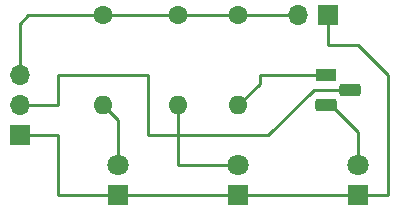
<source format=gbr>
%TF.GenerationSoftware,KiCad,Pcbnew,(6.0.4)*%
%TF.CreationDate,2022-10-02T23:44:47+02:00*%
%TF.ProjectId,light_gate,6c696768-745f-4676-9174-652e6b696361,rev?*%
%TF.SameCoordinates,Original*%
%TF.FileFunction,Copper,L2,Bot*%
%TF.FilePolarity,Positive*%
%FSLAX46Y46*%
G04 Gerber Fmt 4.6, Leading zero omitted, Abs format (unit mm)*
G04 Created by KiCad (PCBNEW (6.0.4)) date 2022-10-02 23:44:47*
%MOMM*%
%LPD*%
G01*
G04 APERTURE LIST*
G04 Aperture macros list*
%AMRoundRect*
0 Rectangle with rounded corners*
0 $1 Rounding radius*
0 $2 $3 $4 $5 $6 $7 $8 $9 X,Y pos of 4 corners*
0 Add a 4 corners polygon primitive as box body*
4,1,4,$2,$3,$4,$5,$6,$7,$8,$9,$2,$3,0*
0 Add four circle primitives for the rounded corners*
1,1,$1+$1,$2,$3*
1,1,$1+$1,$4,$5*
1,1,$1+$1,$6,$7*
1,1,$1+$1,$8,$9*
0 Add four rect primitives between the rounded corners*
20,1,$1+$1,$2,$3,$4,$5,0*
20,1,$1+$1,$4,$5,$6,$7,0*
20,1,$1+$1,$6,$7,$8,$9,0*
20,1,$1+$1,$8,$9,$2,$3,0*%
G04 Aperture macros list end*
%TA.AperFunction,ComponentPad*%
%ADD10R,1.800000X1.100000*%
%TD*%
%TA.AperFunction,ComponentPad*%
%ADD11RoundRect,0.275000X-0.625000X0.275000X-0.625000X-0.275000X0.625000X-0.275000X0.625000X0.275000X0*%
%TD*%
%TA.AperFunction,ComponentPad*%
%ADD12C,1.600000*%
%TD*%
%TA.AperFunction,ComponentPad*%
%ADD13O,1.600000X1.600000*%
%TD*%
%TA.AperFunction,ComponentPad*%
%ADD14R,1.800000X1.800000*%
%TD*%
%TA.AperFunction,ComponentPad*%
%ADD15C,1.800000*%
%TD*%
%TA.AperFunction,ComponentPad*%
%ADD16R,1.700000X1.700000*%
%TD*%
%TA.AperFunction,ComponentPad*%
%ADD17O,1.700000X1.700000*%
%TD*%
%TA.AperFunction,Conductor*%
%ADD18C,0.250000*%
%TD*%
G04 APERTURE END LIST*
D10*
%TO.P,Q1,1,C*%
%TO.N,Net-(Q1-Pad1)*%
X144612528Y-99000000D03*
D11*
%TO.P,Q1,2,B*%
%TO.N,Net-(D2-Pad2)*%
X146682528Y-100270000D03*
%TO.P,Q1,3,E*%
%TO.N,Net-(D3-Pad2)*%
X144612528Y-101540000D03*
%TD*%
D12*
%TO.P,R1,1*%
%TO.N,Net-(J1-Pad3)*%
X125730000Y-93980000D03*
D13*
%TO.P,R1,2*%
%TO.N,Net-(D1-Pad2)*%
X125730000Y-101600000D03*
%TD*%
D14*
%TO.P,D1,1,K*%
%TO.N,Net-(D1-Pad1)*%
X127000000Y-109220000D03*
D15*
%TO.P,D1,2,A*%
%TO.N,Net-(D1-Pad2)*%
X127000000Y-106680000D03*
%TD*%
D16*
%TO.P,J1,1,Pin_1*%
%TO.N,Net-(D1-Pad1)*%
X118675000Y-104125000D03*
D17*
%TO.P,J1,2,Pin_2*%
%TO.N,Net-(D2-Pad2)*%
X118675000Y-101585000D03*
%TO.P,J1,3,Pin_3*%
%TO.N,Net-(J1-Pad3)*%
X118675000Y-99045000D03*
%TD*%
D12*
%TO.P,R2,1*%
%TO.N,Net-(J1-Pad3)*%
X132080000Y-93980000D03*
D13*
%TO.P,R2,2*%
%TO.N,Net-(D2-Pad2)*%
X132080000Y-101600000D03*
%TD*%
D16*
%TO.P,J2,1,Pin_1*%
%TO.N,Net-(D1-Pad1)*%
X144780000Y-93980000D03*
D17*
%TO.P,J2,2,Pin_2*%
%TO.N,Net-(J1-Pad3)*%
X142240000Y-93980000D03*
%TD*%
D14*
%TO.P,D2,1,K*%
%TO.N,Net-(D1-Pad1)*%
X137160000Y-109220000D03*
D15*
%TO.P,D2,2,A*%
%TO.N,Net-(D2-Pad2)*%
X137160000Y-106680000D03*
%TD*%
D14*
%TO.P,D3,1,K*%
%TO.N,Net-(D1-Pad1)*%
X147320000Y-109220000D03*
D15*
%TO.P,D3,2,A*%
%TO.N,Net-(D3-Pad2)*%
X147320000Y-106680000D03*
%TD*%
D12*
%TO.P,R3,1*%
%TO.N,Net-(J1-Pad3)*%
X137160000Y-93980000D03*
D13*
%TO.P,R3,2*%
%TO.N,Net-(Q1-Pad1)*%
X137160000Y-101600000D03*
%TD*%
D18*
%TO.N,Net-(D2-Pad2)*%
X139700000Y-104140000D02*
X143570000Y-100270000D01*
X143570000Y-100270000D02*
X146282528Y-100270000D01*
%TO.N,Net-(Q1-Pad1)*%
X139000000Y-99000000D02*
X139000000Y-99760000D01*
X145012528Y-99000000D02*
X139000000Y-99000000D01*
X139000000Y-99760000D02*
X137160000Y-101600000D01*
%TO.N,Net-(D3-Pad2)*%
X147320000Y-103847472D02*
X147320000Y-106680000D01*
X145012528Y-101540000D02*
X147320000Y-103847472D01*
%TO.N,Net-(D2-Pad2)*%
X121920000Y-99060000D02*
X129540000Y-99060000D01*
X121920000Y-101600000D02*
X121920000Y-99060000D01*
X121905000Y-101585000D02*
X121920000Y-101600000D01*
X118675000Y-101585000D02*
X121905000Y-101585000D01*
X129540000Y-99060000D02*
X129540000Y-104140000D01*
X129540000Y-104140000D02*
X139700000Y-104140000D01*
%TO.N,Net-(D1-Pad1)*%
X149860000Y-109220000D02*
X147320000Y-109220000D01*
X147320000Y-109220000D02*
X137160000Y-109220000D01*
X121920000Y-109220000D02*
X127000000Y-109220000D01*
X121905000Y-104125000D02*
X121920000Y-104140000D01*
X147320000Y-96520000D02*
X149860000Y-99060000D01*
X121920000Y-104140000D02*
X121920000Y-109220000D01*
X127000000Y-109220000D02*
X137160000Y-109220000D01*
X144780000Y-96520000D02*
X147320000Y-96520000D01*
X144780000Y-93980000D02*
X144780000Y-96520000D01*
X118675000Y-104125000D02*
X121905000Y-104125000D01*
X149860000Y-101600000D02*
X149860000Y-109220000D01*
X149860000Y-99060000D02*
X149860000Y-101600000D01*
%TO.N,Net-(D1-Pad2)*%
X125730000Y-101600000D02*
X127000000Y-102870000D01*
X127000000Y-102870000D02*
X127000000Y-106680000D01*
%TO.N,Net-(D2-Pad2)*%
X132080000Y-101600000D02*
X132080000Y-106680000D01*
X132080000Y-106680000D02*
X137160000Y-106680000D01*
%TO.N,Net-(J1-Pad3)*%
X132080000Y-93980000D02*
X137160000Y-93980000D01*
X119380000Y-93980000D02*
X125730000Y-93980000D01*
X118675000Y-94685000D02*
X119380000Y-93980000D01*
X125730000Y-93980000D02*
X132080000Y-93980000D01*
X142240000Y-93980000D02*
X137160000Y-93980000D01*
X118675000Y-99045000D02*
X118675000Y-94685000D01*
%TD*%
M02*

</source>
